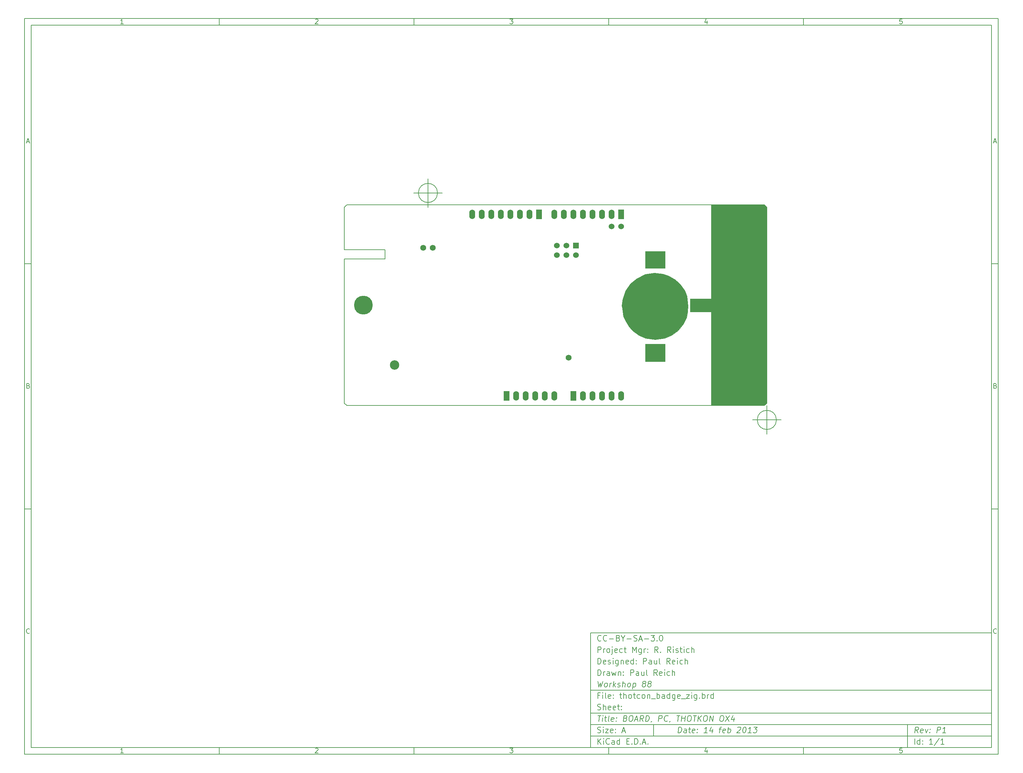
<source format=gbs>
G04 (created by PCBNEW (2012-11-15 BZR 3804)-stable) date Thu 14 Feb 2013 00:34:17 CST*
%MOIN*%
G04 Gerber Fmt 3.4, Leading zero omitted, Abs format*
%FSLAX34Y34*%
G01*
G70*
G90*
G04 APERTURE LIST*
%ADD10C,0.006*%
%ADD11C,0.00590551*%
%ADD12C,0.062*%
%ADD13R,0.2X0.1*%
%ADD14C,0.1969*%
%ADD15C,0.06*%
%ADD16R,0.06X0.1*%
%ADD17O,0.06X0.1*%
%ADD18R,0.06X0.06*%
%ADD19C,0.0985*%
%ADD20C,0.002*%
G04 APERTURE END LIST*
G54D10*
X-38750Y36250D02*
X63250Y36250D01*
X63250Y-40750D01*
X-38750Y-40750D01*
X-38750Y36250D01*
X-38050Y35550D02*
X62550Y35550D01*
X62550Y-40050D01*
X-38050Y-40050D01*
X-38050Y35550D01*
X-18350Y36250D02*
X-18350Y35550D01*
X-28407Y35697D02*
X-28692Y35697D01*
X-28550Y35697D02*
X-28550Y36197D01*
X-28597Y36126D01*
X-28645Y36078D01*
X-28692Y36054D01*
X-18350Y-40750D02*
X-18350Y-40050D01*
X-28407Y-40602D02*
X-28692Y-40602D01*
X-28550Y-40602D02*
X-28550Y-40102D01*
X-28597Y-40173D01*
X-28645Y-40221D01*
X-28692Y-40245D01*
X2050Y36250D02*
X2050Y35550D01*
X-8292Y36150D02*
X-8269Y36173D01*
X-8221Y36197D01*
X-8102Y36197D01*
X-8054Y36173D01*
X-8030Y36150D01*
X-8007Y36102D01*
X-8007Y36054D01*
X-8030Y35983D01*
X-8316Y35697D01*
X-8007Y35697D01*
X2050Y-40750D02*
X2050Y-40050D01*
X-8292Y-40150D02*
X-8269Y-40126D01*
X-8221Y-40102D01*
X-8102Y-40102D01*
X-8054Y-40126D01*
X-8030Y-40150D01*
X-8007Y-40197D01*
X-8007Y-40245D01*
X-8030Y-40316D01*
X-8316Y-40602D01*
X-8007Y-40602D01*
X22450Y36250D02*
X22450Y35550D01*
X12083Y36197D02*
X12392Y36197D01*
X12226Y36007D01*
X12297Y36007D01*
X12345Y35983D01*
X12369Y35959D01*
X12392Y35911D01*
X12392Y35792D01*
X12369Y35745D01*
X12345Y35721D01*
X12297Y35697D01*
X12154Y35697D01*
X12107Y35721D01*
X12083Y35745D01*
X22450Y-40750D02*
X22450Y-40050D01*
X12083Y-40102D02*
X12392Y-40102D01*
X12226Y-40292D01*
X12297Y-40292D01*
X12345Y-40316D01*
X12369Y-40340D01*
X12392Y-40388D01*
X12392Y-40507D01*
X12369Y-40554D01*
X12345Y-40578D01*
X12297Y-40602D01*
X12154Y-40602D01*
X12107Y-40578D01*
X12083Y-40554D01*
X42850Y36250D02*
X42850Y35550D01*
X32745Y36030D02*
X32745Y35697D01*
X32626Y36221D02*
X32507Y35864D01*
X32816Y35864D01*
X42850Y-40750D02*
X42850Y-40050D01*
X32745Y-40269D02*
X32745Y-40602D01*
X32626Y-40078D02*
X32507Y-40435D01*
X32816Y-40435D01*
X53169Y36197D02*
X52930Y36197D01*
X52907Y35959D01*
X52930Y35983D01*
X52978Y36007D01*
X53097Y36007D01*
X53145Y35983D01*
X53169Y35959D01*
X53192Y35911D01*
X53192Y35792D01*
X53169Y35745D01*
X53145Y35721D01*
X53097Y35697D01*
X52978Y35697D01*
X52930Y35721D01*
X52907Y35745D01*
X53169Y-40102D02*
X52930Y-40102D01*
X52907Y-40340D01*
X52930Y-40316D01*
X52978Y-40292D01*
X53097Y-40292D01*
X53145Y-40316D01*
X53169Y-40340D01*
X53192Y-40388D01*
X53192Y-40507D01*
X53169Y-40554D01*
X53145Y-40578D01*
X53097Y-40602D01*
X52978Y-40602D01*
X52930Y-40578D01*
X52907Y-40554D01*
X-38750Y10590D02*
X-38050Y10590D01*
X-38519Y23360D02*
X-38280Y23360D01*
X-38566Y23217D02*
X-38399Y23717D01*
X-38233Y23217D01*
X63250Y10590D02*
X62550Y10590D01*
X62780Y23360D02*
X63019Y23360D01*
X62733Y23217D02*
X62900Y23717D01*
X63066Y23217D01*
X-38750Y-15070D02*
X-38050Y-15070D01*
X-38364Y-2180D02*
X-38292Y-2204D01*
X-38269Y-2228D01*
X-38245Y-2275D01*
X-38245Y-2347D01*
X-38269Y-2394D01*
X-38292Y-2418D01*
X-38340Y-2442D01*
X-38530Y-2442D01*
X-38530Y-1942D01*
X-38364Y-1942D01*
X-38316Y-1966D01*
X-38292Y-1990D01*
X-38269Y-2037D01*
X-38269Y-2085D01*
X-38292Y-2132D01*
X-38316Y-2156D01*
X-38364Y-2180D01*
X-38530Y-2180D01*
X63250Y-15070D02*
X62550Y-15070D01*
X62935Y-2180D02*
X63007Y-2204D01*
X63030Y-2228D01*
X63054Y-2275D01*
X63054Y-2347D01*
X63030Y-2394D01*
X63007Y-2418D01*
X62959Y-2442D01*
X62769Y-2442D01*
X62769Y-1942D01*
X62935Y-1942D01*
X62983Y-1966D01*
X63007Y-1990D01*
X63030Y-2037D01*
X63030Y-2085D01*
X63007Y-2132D01*
X62983Y-2156D01*
X62935Y-2180D01*
X62769Y-2180D01*
X-38245Y-28054D02*
X-38269Y-28078D01*
X-38340Y-28102D01*
X-38388Y-28102D01*
X-38459Y-28078D01*
X-38507Y-28030D01*
X-38530Y-27983D01*
X-38554Y-27888D01*
X-38554Y-27816D01*
X-38530Y-27721D01*
X-38507Y-27673D01*
X-38459Y-27626D01*
X-38388Y-27602D01*
X-38340Y-27602D01*
X-38269Y-27626D01*
X-38245Y-27650D01*
X63054Y-28054D02*
X63030Y-28078D01*
X62959Y-28102D01*
X62911Y-28102D01*
X62840Y-28078D01*
X62792Y-28030D01*
X62769Y-27983D01*
X62745Y-27888D01*
X62745Y-27816D01*
X62769Y-27721D01*
X62792Y-27673D01*
X62840Y-27626D01*
X62911Y-27602D01*
X62959Y-27602D01*
X63030Y-27626D01*
X63054Y-27650D01*
X29700Y-38492D02*
X29775Y-37892D01*
X29917Y-37892D01*
X30000Y-37921D01*
X30050Y-37978D01*
X30071Y-38035D01*
X30085Y-38150D01*
X30075Y-38235D01*
X30032Y-38350D01*
X29996Y-38407D01*
X29932Y-38464D01*
X29842Y-38492D01*
X29700Y-38492D01*
X30557Y-38492D02*
X30596Y-38178D01*
X30575Y-38121D01*
X30521Y-38092D01*
X30407Y-38092D01*
X30346Y-38121D01*
X30560Y-38464D02*
X30500Y-38492D01*
X30357Y-38492D01*
X30303Y-38464D01*
X30282Y-38407D01*
X30289Y-38350D01*
X30325Y-38292D01*
X30385Y-38264D01*
X30528Y-38264D01*
X30589Y-38235D01*
X30807Y-38092D02*
X31035Y-38092D01*
X30917Y-37892D02*
X30853Y-38407D01*
X30875Y-38464D01*
X30928Y-38492D01*
X30985Y-38492D01*
X31417Y-38464D02*
X31357Y-38492D01*
X31242Y-38492D01*
X31189Y-38464D01*
X31167Y-38407D01*
X31196Y-38178D01*
X31232Y-38121D01*
X31292Y-38092D01*
X31407Y-38092D01*
X31460Y-38121D01*
X31482Y-38178D01*
X31475Y-38235D01*
X31182Y-38292D01*
X31707Y-38435D02*
X31732Y-38464D01*
X31700Y-38492D01*
X31675Y-38464D01*
X31707Y-38435D01*
X31700Y-38492D01*
X31746Y-38121D02*
X31771Y-38150D01*
X31739Y-38178D01*
X31714Y-38150D01*
X31746Y-38121D01*
X31739Y-38178D01*
X32757Y-38492D02*
X32414Y-38492D01*
X32585Y-38492D02*
X32660Y-37892D01*
X32592Y-37978D01*
X32528Y-38035D01*
X32467Y-38064D01*
X33321Y-38092D02*
X33271Y-38492D01*
X33207Y-37864D02*
X33010Y-38292D01*
X33382Y-38292D01*
X34007Y-38092D02*
X34235Y-38092D01*
X34042Y-38492D02*
X34107Y-37978D01*
X34142Y-37921D01*
X34203Y-37892D01*
X34260Y-37892D01*
X34617Y-38464D02*
X34557Y-38492D01*
X34442Y-38492D01*
X34389Y-38464D01*
X34367Y-38407D01*
X34396Y-38178D01*
X34432Y-38121D01*
X34492Y-38092D01*
X34607Y-38092D01*
X34660Y-38121D01*
X34682Y-38178D01*
X34675Y-38235D01*
X34382Y-38292D01*
X34900Y-38492D02*
X34975Y-37892D01*
X34946Y-38121D02*
X35007Y-38092D01*
X35121Y-38092D01*
X35175Y-38121D01*
X35200Y-38150D01*
X35221Y-38207D01*
X35200Y-38378D01*
X35164Y-38435D01*
X35132Y-38464D01*
X35071Y-38492D01*
X34957Y-38492D01*
X34903Y-38464D01*
X35939Y-37950D02*
X35971Y-37921D01*
X36032Y-37892D01*
X36175Y-37892D01*
X36228Y-37921D01*
X36253Y-37950D01*
X36275Y-38007D01*
X36267Y-38064D01*
X36228Y-38150D01*
X35842Y-38492D01*
X36214Y-38492D01*
X36660Y-37892D02*
X36717Y-37892D01*
X36771Y-37921D01*
X36796Y-37950D01*
X36817Y-38007D01*
X36832Y-38121D01*
X36814Y-38264D01*
X36771Y-38378D01*
X36735Y-38435D01*
X36703Y-38464D01*
X36642Y-38492D01*
X36585Y-38492D01*
X36532Y-38464D01*
X36507Y-38435D01*
X36485Y-38378D01*
X36471Y-38264D01*
X36489Y-38121D01*
X36532Y-38007D01*
X36567Y-37950D01*
X36600Y-37921D01*
X36660Y-37892D01*
X37357Y-38492D02*
X37014Y-38492D01*
X37185Y-38492D02*
X37260Y-37892D01*
X37192Y-37978D01*
X37128Y-38035D01*
X37067Y-38064D01*
X37632Y-37892D02*
X38003Y-37892D01*
X37775Y-38121D01*
X37860Y-38121D01*
X37914Y-38150D01*
X37939Y-38178D01*
X37960Y-38235D01*
X37942Y-38378D01*
X37907Y-38435D01*
X37875Y-38464D01*
X37814Y-38492D01*
X37642Y-38492D01*
X37589Y-38464D01*
X37564Y-38435D01*
X21292Y-39692D02*
X21292Y-39092D01*
X21635Y-39692D02*
X21378Y-39350D01*
X21635Y-39092D02*
X21292Y-39435D01*
X21892Y-39692D02*
X21892Y-39292D01*
X21892Y-39092D02*
X21864Y-39121D01*
X21892Y-39150D01*
X21921Y-39121D01*
X21892Y-39092D01*
X21892Y-39150D01*
X22521Y-39635D02*
X22492Y-39664D01*
X22407Y-39692D01*
X22350Y-39692D01*
X22264Y-39664D01*
X22207Y-39607D01*
X22178Y-39550D01*
X22150Y-39435D01*
X22150Y-39350D01*
X22178Y-39235D01*
X22207Y-39178D01*
X22264Y-39121D01*
X22350Y-39092D01*
X22407Y-39092D01*
X22492Y-39121D01*
X22521Y-39150D01*
X23035Y-39692D02*
X23035Y-39378D01*
X23007Y-39321D01*
X22950Y-39292D01*
X22835Y-39292D01*
X22778Y-39321D01*
X23035Y-39664D02*
X22978Y-39692D01*
X22835Y-39692D01*
X22778Y-39664D01*
X22750Y-39607D01*
X22750Y-39550D01*
X22778Y-39492D01*
X22835Y-39464D01*
X22978Y-39464D01*
X23035Y-39435D01*
X23578Y-39692D02*
X23578Y-39092D01*
X23578Y-39664D02*
X23521Y-39692D01*
X23407Y-39692D01*
X23350Y-39664D01*
X23321Y-39635D01*
X23292Y-39578D01*
X23292Y-39407D01*
X23321Y-39350D01*
X23350Y-39321D01*
X23407Y-39292D01*
X23521Y-39292D01*
X23578Y-39321D01*
X24321Y-39378D02*
X24521Y-39378D01*
X24607Y-39692D02*
X24321Y-39692D01*
X24321Y-39092D01*
X24607Y-39092D01*
X24864Y-39635D02*
X24892Y-39664D01*
X24864Y-39692D01*
X24835Y-39664D01*
X24864Y-39635D01*
X24864Y-39692D01*
X25149Y-39692D02*
X25149Y-39092D01*
X25292Y-39092D01*
X25378Y-39121D01*
X25435Y-39178D01*
X25464Y-39235D01*
X25492Y-39350D01*
X25492Y-39435D01*
X25464Y-39550D01*
X25435Y-39607D01*
X25378Y-39664D01*
X25292Y-39692D01*
X25149Y-39692D01*
X25749Y-39635D02*
X25778Y-39664D01*
X25749Y-39692D01*
X25721Y-39664D01*
X25749Y-39635D01*
X25749Y-39692D01*
X26007Y-39521D02*
X26292Y-39521D01*
X25949Y-39692D02*
X26149Y-39092D01*
X26349Y-39692D01*
X26549Y-39635D02*
X26578Y-39664D01*
X26549Y-39692D01*
X26521Y-39664D01*
X26549Y-39635D01*
X26549Y-39692D01*
X54842Y-38492D02*
X54678Y-38207D01*
X54500Y-38492D02*
X54575Y-37892D01*
X54803Y-37892D01*
X54857Y-37921D01*
X54882Y-37950D01*
X54903Y-38007D01*
X54892Y-38092D01*
X54857Y-38150D01*
X54825Y-38178D01*
X54764Y-38207D01*
X54535Y-38207D01*
X55332Y-38464D02*
X55271Y-38492D01*
X55157Y-38492D01*
X55103Y-38464D01*
X55082Y-38407D01*
X55110Y-38178D01*
X55146Y-38121D01*
X55207Y-38092D01*
X55321Y-38092D01*
X55375Y-38121D01*
X55396Y-38178D01*
X55389Y-38235D01*
X55096Y-38292D01*
X55607Y-38092D02*
X55700Y-38492D01*
X55892Y-38092D01*
X56078Y-38435D02*
X56103Y-38464D01*
X56071Y-38492D01*
X56046Y-38464D01*
X56078Y-38435D01*
X56071Y-38492D01*
X56117Y-38121D02*
X56142Y-38150D01*
X56110Y-38178D01*
X56085Y-38150D01*
X56117Y-38121D01*
X56110Y-38178D01*
X56814Y-38492D02*
X56889Y-37892D01*
X57117Y-37892D01*
X57171Y-37921D01*
X57196Y-37950D01*
X57217Y-38007D01*
X57207Y-38092D01*
X57171Y-38150D01*
X57139Y-38178D01*
X57078Y-38207D01*
X56850Y-38207D01*
X57728Y-38492D02*
X57385Y-38492D01*
X57557Y-38492D02*
X57632Y-37892D01*
X57564Y-37978D01*
X57500Y-38035D01*
X57439Y-38064D01*
X21264Y-38464D02*
X21350Y-38492D01*
X21492Y-38492D01*
X21550Y-38464D01*
X21578Y-38435D01*
X21607Y-38378D01*
X21607Y-38321D01*
X21578Y-38264D01*
X21550Y-38235D01*
X21492Y-38207D01*
X21378Y-38178D01*
X21321Y-38150D01*
X21292Y-38121D01*
X21264Y-38064D01*
X21264Y-38007D01*
X21292Y-37950D01*
X21321Y-37921D01*
X21378Y-37892D01*
X21521Y-37892D01*
X21607Y-37921D01*
X21864Y-38492D02*
X21864Y-38092D01*
X21864Y-37892D02*
X21835Y-37921D01*
X21864Y-37950D01*
X21892Y-37921D01*
X21864Y-37892D01*
X21864Y-37950D01*
X22092Y-38092D02*
X22407Y-38092D01*
X22092Y-38492D01*
X22407Y-38492D01*
X22864Y-38464D02*
X22807Y-38492D01*
X22692Y-38492D01*
X22635Y-38464D01*
X22607Y-38407D01*
X22607Y-38178D01*
X22635Y-38121D01*
X22692Y-38092D01*
X22807Y-38092D01*
X22864Y-38121D01*
X22892Y-38178D01*
X22892Y-38235D01*
X22607Y-38292D01*
X23150Y-38435D02*
X23178Y-38464D01*
X23150Y-38492D01*
X23121Y-38464D01*
X23150Y-38435D01*
X23150Y-38492D01*
X23150Y-38121D02*
X23178Y-38150D01*
X23150Y-38178D01*
X23121Y-38150D01*
X23150Y-38121D01*
X23150Y-38178D01*
X23864Y-38321D02*
X24150Y-38321D01*
X23807Y-38492D02*
X24007Y-37892D01*
X24207Y-38492D01*
X54492Y-39692D02*
X54492Y-39092D01*
X55035Y-39692D02*
X55035Y-39092D01*
X55035Y-39664D02*
X54978Y-39692D01*
X54864Y-39692D01*
X54807Y-39664D01*
X54778Y-39635D01*
X54750Y-39578D01*
X54750Y-39407D01*
X54778Y-39350D01*
X54807Y-39321D01*
X54864Y-39292D01*
X54978Y-39292D01*
X55035Y-39321D01*
X55321Y-39635D02*
X55350Y-39664D01*
X55321Y-39692D01*
X55292Y-39664D01*
X55321Y-39635D01*
X55321Y-39692D01*
X55321Y-39321D02*
X55350Y-39350D01*
X55321Y-39378D01*
X55292Y-39350D01*
X55321Y-39321D01*
X55321Y-39378D01*
X56378Y-39692D02*
X56035Y-39692D01*
X56207Y-39692D02*
X56207Y-39092D01*
X56149Y-39178D01*
X56092Y-39235D01*
X56035Y-39264D01*
X57064Y-39064D02*
X56550Y-39835D01*
X57578Y-39692D02*
X57235Y-39692D01*
X57407Y-39692D02*
X57407Y-39092D01*
X57349Y-39178D01*
X57292Y-39235D01*
X57235Y-39264D01*
X21289Y-36692D02*
X21632Y-36692D01*
X21385Y-37292D02*
X21460Y-36692D01*
X21757Y-37292D02*
X21807Y-36892D01*
X21832Y-36692D02*
X21800Y-36721D01*
X21825Y-36750D01*
X21857Y-36721D01*
X21832Y-36692D01*
X21825Y-36750D01*
X22007Y-36892D02*
X22235Y-36892D01*
X22117Y-36692D02*
X22053Y-37207D01*
X22075Y-37264D01*
X22128Y-37292D01*
X22185Y-37292D01*
X22471Y-37292D02*
X22417Y-37264D01*
X22396Y-37207D01*
X22460Y-36692D01*
X22932Y-37264D02*
X22871Y-37292D01*
X22757Y-37292D01*
X22703Y-37264D01*
X22682Y-37207D01*
X22710Y-36978D01*
X22746Y-36921D01*
X22807Y-36892D01*
X22921Y-36892D01*
X22975Y-36921D01*
X22996Y-36978D01*
X22989Y-37035D01*
X22696Y-37092D01*
X23221Y-37235D02*
X23246Y-37264D01*
X23214Y-37292D01*
X23189Y-37264D01*
X23221Y-37235D01*
X23214Y-37292D01*
X23260Y-36921D02*
X23285Y-36950D01*
X23253Y-36978D01*
X23228Y-36950D01*
X23260Y-36921D01*
X23253Y-36978D01*
X24196Y-36978D02*
X24278Y-37007D01*
X24303Y-37035D01*
X24325Y-37092D01*
X24314Y-37178D01*
X24278Y-37235D01*
X24246Y-37264D01*
X24185Y-37292D01*
X23957Y-37292D01*
X24032Y-36692D01*
X24232Y-36692D01*
X24285Y-36721D01*
X24310Y-36750D01*
X24332Y-36807D01*
X24325Y-36864D01*
X24289Y-36921D01*
X24257Y-36950D01*
X24196Y-36978D01*
X23996Y-36978D01*
X24746Y-36692D02*
X24860Y-36692D01*
X24914Y-36721D01*
X24964Y-36778D01*
X24978Y-36892D01*
X24953Y-37092D01*
X24910Y-37207D01*
X24846Y-37264D01*
X24785Y-37292D01*
X24671Y-37292D01*
X24617Y-37264D01*
X24567Y-37207D01*
X24553Y-37092D01*
X24578Y-36892D01*
X24621Y-36778D01*
X24685Y-36721D01*
X24746Y-36692D01*
X25178Y-37121D02*
X25464Y-37121D01*
X25100Y-37292D02*
X25375Y-36692D01*
X25500Y-37292D01*
X26042Y-37292D02*
X25878Y-37007D01*
X25700Y-37292D02*
X25775Y-36692D01*
X26003Y-36692D01*
X26057Y-36721D01*
X26082Y-36750D01*
X26103Y-36807D01*
X26092Y-36892D01*
X26057Y-36950D01*
X26025Y-36978D01*
X25964Y-37007D01*
X25735Y-37007D01*
X26300Y-37292D02*
X26375Y-36692D01*
X26517Y-36692D01*
X26600Y-36721D01*
X26650Y-36778D01*
X26671Y-36835D01*
X26685Y-36950D01*
X26675Y-37035D01*
X26632Y-37150D01*
X26596Y-37207D01*
X26532Y-37264D01*
X26442Y-37292D01*
X26300Y-37292D01*
X26932Y-37264D02*
X26928Y-37292D01*
X26892Y-37350D01*
X26860Y-37378D01*
X27642Y-37292D02*
X27717Y-36692D01*
X27946Y-36692D01*
X27999Y-36721D01*
X28025Y-36750D01*
X28046Y-36807D01*
X28035Y-36892D01*
X28000Y-36950D01*
X27967Y-36978D01*
X27907Y-37007D01*
X27678Y-37007D01*
X28592Y-37235D02*
X28560Y-37264D01*
X28471Y-37292D01*
X28414Y-37292D01*
X28332Y-37264D01*
X28282Y-37207D01*
X28260Y-37150D01*
X28246Y-37035D01*
X28257Y-36950D01*
X28300Y-36835D01*
X28335Y-36778D01*
X28399Y-36721D01*
X28489Y-36692D01*
X28546Y-36692D01*
X28628Y-36721D01*
X28653Y-36750D01*
X28875Y-37264D02*
X28871Y-37292D01*
X28835Y-37350D01*
X28803Y-37378D01*
X29575Y-36692D02*
X29917Y-36692D01*
X29671Y-37292D02*
X29746Y-36692D01*
X30042Y-37292D02*
X30117Y-36692D01*
X30082Y-36978D02*
X30425Y-36978D01*
X30385Y-37292D02*
X30460Y-36692D01*
X30860Y-36692D02*
X30975Y-36692D01*
X31028Y-36721D01*
X31078Y-36778D01*
X31092Y-36892D01*
X31067Y-37092D01*
X31024Y-37207D01*
X30960Y-37264D01*
X30900Y-37292D01*
X30785Y-37292D01*
X30732Y-37264D01*
X30682Y-37207D01*
X30667Y-37092D01*
X30692Y-36892D01*
X30735Y-36778D01*
X30799Y-36721D01*
X30860Y-36692D01*
X31289Y-36692D02*
X31632Y-36692D01*
X31385Y-37292D02*
X31460Y-36692D01*
X31757Y-37292D02*
X31832Y-36692D01*
X32099Y-37292D02*
X31885Y-36950D01*
X32174Y-36692D02*
X31789Y-37035D01*
X32546Y-36692D02*
X32660Y-36692D01*
X32714Y-36721D01*
X32764Y-36778D01*
X32778Y-36892D01*
X32753Y-37092D01*
X32710Y-37207D01*
X32646Y-37264D01*
X32585Y-37292D01*
X32471Y-37292D01*
X32417Y-37264D01*
X32367Y-37207D01*
X32353Y-37092D01*
X32378Y-36892D01*
X32421Y-36778D01*
X32485Y-36721D01*
X32546Y-36692D01*
X32985Y-37292D02*
X33060Y-36692D01*
X33328Y-37292D01*
X33403Y-36692D01*
X34260Y-36692D02*
X34374Y-36692D01*
X34428Y-36721D01*
X34478Y-36778D01*
X34492Y-36892D01*
X34467Y-37092D01*
X34424Y-37207D01*
X34360Y-37264D01*
X34299Y-37292D01*
X34185Y-37292D01*
X34132Y-37264D01*
X34082Y-37207D01*
X34067Y-37092D01*
X34092Y-36892D01*
X34135Y-36778D01*
X34199Y-36721D01*
X34260Y-36692D01*
X34717Y-36692D02*
X35042Y-37292D01*
X35117Y-36692D02*
X34642Y-37292D01*
X35578Y-36892D02*
X35528Y-37292D01*
X35464Y-36664D02*
X35267Y-37092D01*
X35639Y-37092D01*
X21492Y-34578D02*
X21292Y-34578D01*
X21292Y-34892D02*
X21292Y-34292D01*
X21578Y-34292D01*
X21807Y-34892D02*
X21807Y-34492D01*
X21807Y-34292D02*
X21778Y-34321D01*
X21807Y-34350D01*
X21835Y-34321D01*
X21807Y-34292D01*
X21807Y-34350D01*
X22178Y-34892D02*
X22121Y-34864D01*
X22092Y-34807D01*
X22092Y-34292D01*
X22635Y-34864D02*
X22578Y-34892D01*
X22464Y-34892D01*
X22407Y-34864D01*
X22378Y-34807D01*
X22378Y-34578D01*
X22407Y-34521D01*
X22464Y-34492D01*
X22578Y-34492D01*
X22635Y-34521D01*
X22664Y-34578D01*
X22664Y-34635D01*
X22378Y-34692D01*
X22921Y-34835D02*
X22950Y-34864D01*
X22921Y-34892D01*
X22892Y-34864D01*
X22921Y-34835D01*
X22921Y-34892D01*
X22921Y-34521D02*
X22950Y-34550D01*
X22921Y-34578D01*
X22892Y-34550D01*
X22921Y-34521D01*
X22921Y-34578D01*
X23578Y-34492D02*
X23807Y-34492D01*
X23664Y-34292D02*
X23664Y-34807D01*
X23692Y-34864D01*
X23750Y-34892D01*
X23807Y-34892D01*
X24007Y-34892D02*
X24007Y-34292D01*
X24264Y-34892D02*
X24264Y-34578D01*
X24235Y-34521D01*
X24178Y-34492D01*
X24092Y-34492D01*
X24035Y-34521D01*
X24007Y-34550D01*
X24635Y-34892D02*
X24578Y-34864D01*
X24550Y-34835D01*
X24521Y-34778D01*
X24521Y-34607D01*
X24550Y-34550D01*
X24578Y-34521D01*
X24635Y-34492D01*
X24721Y-34492D01*
X24778Y-34521D01*
X24807Y-34550D01*
X24835Y-34607D01*
X24835Y-34778D01*
X24807Y-34835D01*
X24778Y-34864D01*
X24721Y-34892D01*
X24635Y-34892D01*
X25007Y-34492D02*
X25235Y-34492D01*
X25092Y-34292D02*
X25092Y-34807D01*
X25121Y-34864D01*
X25178Y-34892D01*
X25235Y-34892D01*
X25692Y-34864D02*
X25635Y-34892D01*
X25521Y-34892D01*
X25464Y-34864D01*
X25435Y-34835D01*
X25407Y-34778D01*
X25407Y-34607D01*
X25435Y-34550D01*
X25464Y-34521D01*
X25521Y-34492D01*
X25635Y-34492D01*
X25692Y-34521D01*
X26035Y-34892D02*
X25978Y-34864D01*
X25950Y-34835D01*
X25921Y-34778D01*
X25921Y-34607D01*
X25950Y-34550D01*
X25978Y-34521D01*
X26035Y-34492D01*
X26121Y-34492D01*
X26178Y-34521D01*
X26207Y-34550D01*
X26235Y-34607D01*
X26235Y-34778D01*
X26207Y-34835D01*
X26178Y-34864D01*
X26121Y-34892D01*
X26035Y-34892D01*
X26492Y-34492D02*
X26492Y-34892D01*
X26492Y-34550D02*
X26521Y-34521D01*
X26578Y-34492D01*
X26664Y-34492D01*
X26721Y-34521D01*
X26750Y-34578D01*
X26750Y-34892D01*
X26892Y-34950D02*
X27350Y-34950D01*
X27492Y-34892D02*
X27492Y-34292D01*
X27492Y-34521D02*
X27550Y-34492D01*
X27664Y-34492D01*
X27721Y-34521D01*
X27750Y-34550D01*
X27778Y-34607D01*
X27778Y-34778D01*
X27750Y-34835D01*
X27721Y-34864D01*
X27664Y-34892D01*
X27550Y-34892D01*
X27492Y-34864D01*
X28292Y-34892D02*
X28292Y-34578D01*
X28264Y-34521D01*
X28207Y-34492D01*
X28092Y-34492D01*
X28035Y-34521D01*
X28292Y-34864D02*
X28235Y-34892D01*
X28092Y-34892D01*
X28035Y-34864D01*
X28007Y-34807D01*
X28007Y-34750D01*
X28035Y-34692D01*
X28092Y-34664D01*
X28235Y-34664D01*
X28292Y-34635D01*
X28835Y-34892D02*
X28835Y-34292D01*
X28835Y-34864D02*
X28778Y-34892D01*
X28664Y-34892D01*
X28607Y-34864D01*
X28578Y-34835D01*
X28550Y-34778D01*
X28550Y-34607D01*
X28578Y-34550D01*
X28607Y-34521D01*
X28664Y-34492D01*
X28778Y-34492D01*
X28835Y-34521D01*
X29378Y-34492D02*
X29378Y-34978D01*
X29350Y-35035D01*
X29321Y-35064D01*
X29264Y-35092D01*
X29178Y-35092D01*
X29121Y-35064D01*
X29378Y-34864D02*
X29321Y-34892D01*
X29207Y-34892D01*
X29150Y-34864D01*
X29121Y-34835D01*
X29092Y-34778D01*
X29092Y-34607D01*
X29121Y-34550D01*
X29150Y-34521D01*
X29207Y-34492D01*
X29321Y-34492D01*
X29378Y-34521D01*
X29892Y-34864D02*
X29835Y-34892D01*
X29721Y-34892D01*
X29664Y-34864D01*
X29635Y-34807D01*
X29635Y-34578D01*
X29664Y-34521D01*
X29721Y-34492D01*
X29835Y-34492D01*
X29892Y-34521D01*
X29921Y-34578D01*
X29921Y-34635D01*
X29635Y-34692D01*
X30035Y-34950D02*
X30492Y-34950D01*
X30578Y-34492D02*
X30892Y-34492D01*
X30578Y-34892D01*
X30892Y-34892D01*
X31121Y-34892D02*
X31121Y-34492D01*
X31121Y-34292D02*
X31092Y-34321D01*
X31121Y-34350D01*
X31150Y-34321D01*
X31121Y-34292D01*
X31121Y-34350D01*
X31664Y-34492D02*
X31664Y-34978D01*
X31635Y-35035D01*
X31607Y-35064D01*
X31549Y-35092D01*
X31464Y-35092D01*
X31407Y-35064D01*
X31664Y-34864D02*
X31607Y-34892D01*
X31492Y-34892D01*
X31435Y-34864D01*
X31407Y-34835D01*
X31378Y-34778D01*
X31378Y-34607D01*
X31407Y-34550D01*
X31435Y-34521D01*
X31492Y-34492D01*
X31607Y-34492D01*
X31664Y-34521D01*
X31949Y-34835D02*
X31978Y-34864D01*
X31949Y-34892D01*
X31921Y-34864D01*
X31949Y-34835D01*
X31949Y-34892D01*
X32235Y-34892D02*
X32235Y-34292D01*
X32235Y-34521D02*
X32292Y-34492D01*
X32407Y-34492D01*
X32464Y-34521D01*
X32492Y-34550D01*
X32521Y-34607D01*
X32521Y-34778D01*
X32492Y-34835D01*
X32464Y-34864D01*
X32407Y-34892D01*
X32292Y-34892D01*
X32235Y-34864D01*
X32778Y-34892D02*
X32778Y-34492D01*
X32778Y-34607D02*
X32807Y-34550D01*
X32835Y-34521D01*
X32892Y-34492D01*
X32949Y-34492D01*
X33407Y-34892D02*
X33407Y-34292D01*
X33407Y-34864D02*
X33349Y-34892D01*
X33235Y-34892D01*
X33178Y-34864D01*
X33149Y-34835D01*
X33121Y-34778D01*
X33121Y-34607D01*
X33149Y-34550D01*
X33178Y-34521D01*
X33235Y-34492D01*
X33349Y-34492D01*
X33407Y-34521D01*
X21264Y-36064D02*
X21350Y-36092D01*
X21492Y-36092D01*
X21550Y-36064D01*
X21578Y-36035D01*
X21607Y-35978D01*
X21607Y-35921D01*
X21578Y-35864D01*
X21550Y-35835D01*
X21492Y-35807D01*
X21378Y-35778D01*
X21321Y-35750D01*
X21292Y-35721D01*
X21264Y-35664D01*
X21264Y-35607D01*
X21292Y-35550D01*
X21321Y-35521D01*
X21378Y-35492D01*
X21521Y-35492D01*
X21607Y-35521D01*
X21864Y-36092D02*
X21864Y-35492D01*
X22121Y-36092D02*
X22121Y-35778D01*
X22092Y-35721D01*
X22035Y-35692D01*
X21950Y-35692D01*
X21892Y-35721D01*
X21864Y-35750D01*
X22635Y-36064D02*
X22578Y-36092D01*
X22464Y-36092D01*
X22407Y-36064D01*
X22378Y-36007D01*
X22378Y-35778D01*
X22407Y-35721D01*
X22464Y-35692D01*
X22578Y-35692D01*
X22635Y-35721D01*
X22664Y-35778D01*
X22664Y-35835D01*
X22378Y-35892D01*
X23150Y-36064D02*
X23092Y-36092D01*
X22978Y-36092D01*
X22921Y-36064D01*
X22892Y-36007D01*
X22892Y-35778D01*
X22921Y-35721D01*
X22978Y-35692D01*
X23092Y-35692D01*
X23150Y-35721D01*
X23178Y-35778D01*
X23178Y-35835D01*
X22892Y-35892D01*
X23350Y-35692D02*
X23578Y-35692D01*
X23435Y-35492D02*
X23435Y-36007D01*
X23464Y-36064D01*
X23521Y-36092D01*
X23578Y-36092D01*
X23778Y-36035D02*
X23807Y-36064D01*
X23778Y-36092D01*
X23750Y-36064D01*
X23778Y-36035D01*
X23778Y-36092D01*
X23778Y-35721D02*
X23807Y-35750D01*
X23778Y-35778D01*
X23750Y-35750D01*
X23778Y-35721D01*
X23778Y-35778D01*
X21317Y-33092D02*
X21385Y-33692D01*
X21553Y-33264D01*
X21614Y-33692D01*
X21832Y-33092D01*
X22071Y-33692D02*
X22017Y-33664D01*
X21992Y-33635D01*
X21971Y-33578D01*
X21992Y-33407D01*
X22028Y-33350D01*
X22060Y-33321D01*
X22121Y-33292D01*
X22207Y-33292D01*
X22260Y-33321D01*
X22285Y-33350D01*
X22307Y-33407D01*
X22285Y-33578D01*
X22250Y-33635D01*
X22217Y-33664D01*
X22157Y-33692D01*
X22071Y-33692D01*
X22528Y-33692D02*
X22578Y-33292D01*
X22564Y-33407D02*
X22600Y-33350D01*
X22632Y-33321D01*
X22692Y-33292D01*
X22750Y-33292D01*
X22900Y-33692D02*
X22975Y-33092D01*
X22985Y-33464D02*
X23128Y-33692D01*
X23178Y-33292D02*
X22921Y-33521D01*
X23360Y-33664D02*
X23414Y-33692D01*
X23528Y-33692D01*
X23589Y-33664D01*
X23625Y-33607D01*
X23628Y-33578D01*
X23607Y-33521D01*
X23553Y-33492D01*
X23467Y-33492D01*
X23414Y-33464D01*
X23392Y-33407D01*
X23396Y-33378D01*
X23432Y-33321D01*
X23492Y-33292D01*
X23578Y-33292D01*
X23632Y-33321D01*
X23871Y-33692D02*
X23946Y-33092D01*
X24128Y-33692D02*
X24167Y-33378D01*
X24146Y-33321D01*
X24092Y-33292D01*
X24007Y-33292D01*
X23946Y-33321D01*
X23914Y-33350D01*
X24499Y-33692D02*
X24446Y-33664D01*
X24421Y-33635D01*
X24400Y-33578D01*
X24421Y-33407D01*
X24457Y-33350D01*
X24489Y-33321D01*
X24549Y-33292D01*
X24635Y-33292D01*
X24689Y-33321D01*
X24714Y-33350D01*
X24735Y-33407D01*
X24714Y-33578D01*
X24678Y-33635D01*
X24646Y-33664D01*
X24585Y-33692D01*
X24499Y-33692D01*
X25007Y-33292D02*
X24932Y-33892D01*
X25003Y-33321D02*
X25064Y-33292D01*
X25178Y-33292D01*
X25232Y-33321D01*
X25257Y-33350D01*
X25278Y-33407D01*
X25257Y-33578D01*
X25221Y-33635D01*
X25189Y-33664D01*
X25128Y-33692D01*
X25014Y-33692D01*
X24960Y-33664D01*
X26085Y-33350D02*
X26032Y-33321D01*
X26007Y-33292D01*
X25985Y-33235D01*
X25989Y-33207D01*
X26024Y-33150D01*
X26057Y-33121D01*
X26117Y-33092D01*
X26232Y-33092D01*
X26285Y-33121D01*
X26310Y-33150D01*
X26332Y-33207D01*
X26328Y-33235D01*
X26292Y-33292D01*
X26260Y-33321D01*
X26199Y-33350D01*
X26085Y-33350D01*
X26025Y-33378D01*
X25992Y-33407D01*
X25957Y-33464D01*
X25942Y-33578D01*
X25964Y-33635D01*
X25989Y-33664D01*
X26042Y-33692D01*
X26157Y-33692D01*
X26217Y-33664D01*
X26249Y-33635D01*
X26285Y-33578D01*
X26299Y-33464D01*
X26278Y-33407D01*
X26253Y-33378D01*
X26199Y-33350D01*
X26657Y-33350D02*
X26603Y-33321D01*
X26578Y-33292D01*
X26557Y-33235D01*
X26560Y-33207D01*
X26596Y-33150D01*
X26628Y-33121D01*
X26689Y-33092D01*
X26803Y-33092D01*
X26857Y-33121D01*
X26882Y-33150D01*
X26903Y-33207D01*
X26900Y-33235D01*
X26864Y-33292D01*
X26832Y-33321D01*
X26771Y-33350D01*
X26657Y-33350D01*
X26596Y-33378D01*
X26564Y-33407D01*
X26528Y-33464D01*
X26514Y-33578D01*
X26535Y-33635D01*
X26560Y-33664D01*
X26614Y-33692D01*
X26728Y-33692D01*
X26789Y-33664D01*
X26821Y-33635D01*
X26857Y-33578D01*
X26871Y-33464D01*
X26849Y-33407D01*
X26825Y-33378D01*
X26771Y-33350D01*
X21292Y-32492D02*
X21292Y-31892D01*
X21435Y-31892D01*
X21521Y-31921D01*
X21578Y-31978D01*
X21607Y-32035D01*
X21635Y-32150D01*
X21635Y-32235D01*
X21607Y-32350D01*
X21578Y-32407D01*
X21521Y-32464D01*
X21435Y-32492D01*
X21292Y-32492D01*
X21892Y-32492D02*
X21892Y-32092D01*
X21892Y-32207D02*
X21921Y-32150D01*
X21950Y-32121D01*
X22007Y-32092D01*
X22064Y-32092D01*
X22521Y-32492D02*
X22521Y-32178D01*
X22492Y-32121D01*
X22435Y-32092D01*
X22321Y-32092D01*
X22264Y-32121D01*
X22521Y-32464D02*
X22464Y-32492D01*
X22321Y-32492D01*
X22264Y-32464D01*
X22235Y-32407D01*
X22235Y-32350D01*
X22264Y-32292D01*
X22321Y-32264D01*
X22464Y-32264D01*
X22521Y-32235D01*
X22750Y-32092D02*
X22864Y-32492D01*
X22978Y-32207D01*
X23092Y-32492D01*
X23207Y-32092D01*
X23435Y-32092D02*
X23435Y-32492D01*
X23435Y-32150D02*
X23464Y-32121D01*
X23521Y-32092D01*
X23607Y-32092D01*
X23664Y-32121D01*
X23692Y-32178D01*
X23692Y-32492D01*
X23978Y-32435D02*
X24007Y-32464D01*
X23978Y-32492D01*
X23950Y-32464D01*
X23978Y-32435D01*
X23978Y-32492D01*
X23978Y-32121D02*
X24007Y-32150D01*
X23978Y-32178D01*
X23950Y-32150D01*
X23978Y-32121D01*
X23978Y-32178D01*
X24721Y-32492D02*
X24721Y-31892D01*
X24950Y-31892D01*
X25007Y-31921D01*
X25035Y-31950D01*
X25064Y-32007D01*
X25064Y-32092D01*
X25035Y-32150D01*
X25007Y-32178D01*
X24950Y-32207D01*
X24721Y-32207D01*
X25578Y-32492D02*
X25578Y-32178D01*
X25550Y-32121D01*
X25492Y-32092D01*
X25378Y-32092D01*
X25321Y-32121D01*
X25578Y-32464D02*
X25521Y-32492D01*
X25378Y-32492D01*
X25321Y-32464D01*
X25292Y-32407D01*
X25292Y-32350D01*
X25321Y-32292D01*
X25378Y-32264D01*
X25521Y-32264D01*
X25578Y-32235D01*
X26121Y-32092D02*
X26121Y-32492D01*
X25864Y-32092D02*
X25864Y-32407D01*
X25892Y-32464D01*
X25949Y-32492D01*
X26035Y-32492D01*
X26092Y-32464D01*
X26121Y-32435D01*
X26492Y-32492D02*
X26435Y-32464D01*
X26407Y-32407D01*
X26407Y-31892D01*
X27521Y-32492D02*
X27321Y-32207D01*
X27178Y-32492D02*
X27178Y-31892D01*
X27407Y-31892D01*
X27464Y-31921D01*
X27492Y-31950D01*
X27521Y-32007D01*
X27521Y-32092D01*
X27492Y-32150D01*
X27464Y-32178D01*
X27407Y-32207D01*
X27178Y-32207D01*
X28007Y-32464D02*
X27950Y-32492D01*
X27835Y-32492D01*
X27778Y-32464D01*
X27750Y-32407D01*
X27750Y-32178D01*
X27778Y-32121D01*
X27835Y-32092D01*
X27950Y-32092D01*
X28007Y-32121D01*
X28035Y-32178D01*
X28035Y-32235D01*
X27750Y-32292D01*
X28292Y-32492D02*
X28292Y-32092D01*
X28292Y-31892D02*
X28264Y-31921D01*
X28292Y-31950D01*
X28321Y-31921D01*
X28292Y-31892D01*
X28292Y-31950D01*
X28835Y-32464D02*
X28778Y-32492D01*
X28664Y-32492D01*
X28607Y-32464D01*
X28578Y-32435D01*
X28550Y-32378D01*
X28550Y-32207D01*
X28578Y-32150D01*
X28607Y-32121D01*
X28664Y-32092D01*
X28778Y-32092D01*
X28835Y-32121D01*
X29092Y-32492D02*
X29092Y-31892D01*
X29350Y-32492D02*
X29350Y-32178D01*
X29321Y-32121D01*
X29264Y-32092D01*
X29178Y-32092D01*
X29121Y-32121D01*
X29092Y-32150D01*
X21292Y-31292D02*
X21292Y-30692D01*
X21435Y-30692D01*
X21521Y-30721D01*
X21578Y-30778D01*
X21607Y-30835D01*
X21635Y-30950D01*
X21635Y-31035D01*
X21607Y-31150D01*
X21578Y-31207D01*
X21521Y-31264D01*
X21435Y-31292D01*
X21292Y-31292D01*
X22121Y-31264D02*
X22064Y-31292D01*
X21950Y-31292D01*
X21892Y-31264D01*
X21864Y-31207D01*
X21864Y-30978D01*
X21892Y-30921D01*
X21950Y-30892D01*
X22064Y-30892D01*
X22121Y-30921D01*
X22150Y-30978D01*
X22150Y-31035D01*
X21864Y-31092D01*
X22378Y-31264D02*
X22435Y-31292D01*
X22550Y-31292D01*
X22607Y-31264D01*
X22635Y-31207D01*
X22635Y-31178D01*
X22607Y-31121D01*
X22550Y-31092D01*
X22464Y-31092D01*
X22407Y-31064D01*
X22378Y-31007D01*
X22378Y-30978D01*
X22407Y-30921D01*
X22464Y-30892D01*
X22550Y-30892D01*
X22607Y-30921D01*
X22892Y-31292D02*
X22892Y-30892D01*
X22892Y-30692D02*
X22864Y-30721D01*
X22892Y-30750D01*
X22921Y-30721D01*
X22892Y-30692D01*
X22892Y-30750D01*
X23435Y-30892D02*
X23435Y-31378D01*
X23407Y-31435D01*
X23378Y-31464D01*
X23321Y-31492D01*
X23235Y-31492D01*
X23178Y-31464D01*
X23435Y-31264D02*
X23378Y-31292D01*
X23264Y-31292D01*
X23207Y-31264D01*
X23178Y-31235D01*
X23150Y-31178D01*
X23150Y-31007D01*
X23178Y-30950D01*
X23207Y-30921D01*
X23264Y-30892D01*
X23378Y-30892D01*
X23435Y-30921D01*
X23721Y-30892D02*
X23721Y-31292D01*
X23721Y-30950D02*
X23750Y-30921D01*
X23807Y-30892D01*
X23892Y-30892D01*
X23950Y-30921D01*
X23978Y-30978D01*
X23978Y-31292D01*
X24492Y-31264D02*
X24435Y-31292D01*
X24321Y-31292D01*
X24264Y-31264D01*
X24235Y-31207D01*
X24235Y-30978D01*
X24264Y-30921D01*
X24321Y-30892D01*
X24435Y-30892D01*
X24492Y-30921D01*
X24521Y-30978D01*
X24521Y-31035D01*
X24235Y-31092D01*
X25035Y-31292D02*
X25035Y-30692D01*
X25035Y-31264D02*
X24978Y-31292D01*
X24864Y-31292D01*
X24807Y-31264D01*
X24778Y-31235D01*
X24750Y-31178D01*
X24750Y-31007D01*
X24778Y-30950D01*
X24807Y-30921D01*
X24864Y-30892D01*
X24978Y-30892D01*
X25035Y-30921D01*
X25321Y-31235D02*
X25350Y-31264D01*
X25321Y-31292D01*
X25292Y-31264D01*
X25321Y-31235D01*
X25321Y-31292D01*
X25321Y-30921D02*
X25350Y-30950D01*
X25321Y-30978D01*
X25292Y-30950D01*
X25321Y-30921D01*
X25321Y-30978D01*
X26064Y-31292D02*
X26064Y-30692D01*
X26292Y-30692D01*
X26349Y-30721D01*
X26378Y-30750D01*
X26407Y-30807D01*
X26407Y-30892D01*
X26378Y-30950D01*
X26349Y-30978D01*
X26292Y-31007D01*
X26064Y-31007D01*
X26921Y-31292D02*
X26921Y-30978D01*
X26892Y-30921D01*
X26835Y-30892D01*
X26721Y-30892D01*
X26664Y-30921D01*
X26921Y-31264D02*
X26864Y-31292D01*
X26721Y-31292D01*
X26664Y-31264D01*
X26635Y-31207D01*
X26635Y-31150D01*
X26664Y-31092D01*
X26721Y-31064D01*
X26864Y-31064D01*
X26921Y-31035D01*
X27464Y-30892D02*
X27464Y-31292D01*
X27207Y-30892D02*
X27207Y-31207D01*
X27235Y-31264D01*
X27292Y-31292D01*
X27378Y-31292D01*
X27435Y-31264D01*
X27464Y-31235D01*
X27835Y-31292D02*
X27778Y-31264D01*
X27749Y-31207D01*
X27749Y-30692D01*
X28864Y-31292D02*
X28664Y-31007D01*
X28521Y-31292D02*
X28521Y-30692D01*
X28750Y-30692D01*
X28807Y-30721D01*
X28835Y-30750D01*
X28864Y-30807D01*
X28864Y-30892D01*
X28835Y-30950D01*
X28807Y-30978D01*
X28750Y-31007D01*
X28521Y-31007D01*
X29350Y-31264D02*
X29292Y-31292D01*
X29178Y-31292D01*
X29121Y-31264D01*
X29092Y-31207D01*
X29092Y-30978D01*
X29121Y-30921D01*
X29178Y-30892D01*
X29292Y-30892D01*
X29350Y-30921D01*
X29378Y-30978D01*
X29378Y-31035D01*
X29092Y-31092D01*
X29635Y-31292D02*
X29635Y-30892D01*
X29635Y-30692D02*
X29607Y-30721D01*
X29635Y-30750D01*
X29664Y-30721D01*
X29635Y-30692D01*
X29635Y-30750D01*
X30178Y-31264D02*
X30121Y-31292D01*
X30007Y-31292D01*
X29950Y-31264D01*
X29921Y-31235D01*
X29892Y-31178D01*
X29892Y-31007D01*
X29921Y-30950D01*
X29950Y-30921D01*
X30007Y-30892D01*
X30121Y-30892D01*
X30178Y-30921D01*
X30435Y-31292D02*
X30435Y-30692D01*
X30692Y-31292D02*
X30692Y-30978D01*
X30664Y-30921D01*
X30607Y-30892D01*
X30521Y-30892D01*
X30464Y-30921D01*
X30435Y-30950D01*
X21292Y-30092D02*
X21292Y-29492D01*
X21521Y-29492D01*
X21578Y-29521D01*
X21607Y-29550D01*
X21635Y-29607D01*
X21635Y-29692D01*
X21607Y-29750D01*
X21578Y-29778D01*
X21521Y-29807D01*
X21292Y-29807D01*
X21892Y-30092D02*
X21892Y-29692D01*
X21892Y-29807D02*
X21921Y-29750D01*
X21950Y-29721D01*
X22007Y-29692D01*
X22064Y-29692D01*
X22350Y-30092D02*
X22292Y-30064D01*
X22264Y-30035D01*
X22235Y-29978D01*
X22235Y-29807D01*
X22264Y-29750D01*
X22292Y-29721D01*
X22350Y-29692D01*
X22435Y-29692D01*
X22492Y-29721D01*
X22521Y-29750D01*
X22550Y-29807D01*
X22550Y-29978D01*
X22521Y-30035D01*
X22492Y-30064D01*
X22435Y-30092D01*
X22350Y-30092D01*
X22807Y-29692D02*
X22807Y-30207D01*
X22778Y-30264D01*
X22721Y-30292D01*
X22692Y-30292D01*
X22807Y-29492D02*
X22778Y-29521D01*
X22807Y-29550D01*
X22835Y-29521D01*
X22807Y-29492D01*
X22807Y-29550D01*
X23321Y-30064D02*
X23264Y-30092D01*
X23150Y-30092D01*
X23092Y-30064D01*
X23064Y-30007D01*
X23064Y-29778D01*
X23092Y-29721D01*
X23150Y-29692D01*
X23264Y-29692D01*
X23321Y-29721D01*
X23350Y-29778D01*
X23350Y-29835D01*
X23064Y-29892D01*
X23864Y-30064D02*
X23807Y-30092D01*
X23692Y-30092D01*
X23635Y-30064D01*
X23607Y-30035D01*
X23578Y-29978D01*
X23578Y-29807D01*
X23607Y-29750D01*
X23635Y-29721D01*
X23692Y-29692D01*
X23807Y-29692D01*
X23864Y-29721D01*
X24035Y-29692D02*
X24264Y-29692D01*
X24121Y-29492D02*
X24121Y-30007D01*
X24150Y-30064D01*
X24207Y-30092D01*
X24264Y-30092D01*
X24921Y-30092D02*
X24921Y-29492D01*
X25121Y-29921D01*
X25321Y-29492D01*
X25321Y-30092D01*
X25864Y-29692D02*
X25864Y-30178D01*
X25835Y-30235D01*
X25807Y-30264D01*
X25750Y-30292D01*
X25664Y-30292D01*
X25607Y-30264D01*
X25864Y-30064D02*
X25807Y-30092D01*
X25692Y-30092D01*
X25635Y-30064D01*
X25607Y-30035D01*
X25578Y-29978D01*
X25578Y-29807D01*
X25607Y-29750D01*
X25635Y-29721D01*
X25692Y-29692D01*
X25807Y-29692D01*
X25864Y-29721D01*
X26150Y-30092D02*
X26150Y-29692D01*
X26150Y-29807D02*
X26178Y-29750D01*
X26207Y-29721D01*
X26264Y-29692D01*
X26321Y-29692D01*
X26521Y-30035D02*
X26550Y-30064D01*
X26521Y-30092D01*
X26492Y-30064D01*
X26521Y-30035D01*
X26521Y-30092D01*
X26521Y-29721D02*
X26550Y-29750D01*
X26521Y-29778D01*
X26492Y-29750D01*
X26521Y-29721D01*
X26521Y-29778D01*
X27607Y-30092D02*
X27407Y-29807D01*
X27264Y-30092D02*
X27264Y-29492D01*
X27492Y-29492D01*
X27550Y-29521D01*
X27578Y-29550D01*
X27607Y-29607D01*
X27607Y-29692D01*
X27578Y-29750D01*
X27550Y-29778D01*
X27492Y-29807D01*
X27264Y-29807D01*
X27864Y-30035D02*
X27892Y-30064D01*
X27864Y-30092D01*
X27835Y-30064D01*
X27864Y-30035D01*
X27864Y-30092D01*
X28950Y-30092D02*
X28750Y-29807D01*
X28607Y-30092D02*
X28607Y-29492D01*
X28835Y-29492D01*
X28892Y-29521D01*
X28921Y-29550D01*
X28950Y-29607D01*
X28950Y-29692D01*
X28921Y-29750D01*
X28892Y-29778D01*
X28835Y-29807D01*
X28607Y-29807D01*
X29207Y-30092D02*
X29207Y-29692D01*
X29207Y-29492D02*
X29178Y-29521D01*
X29207Y-29550D01*
X29235Y-29521D01*
X29207Y-29492D01*
X29207Y-29550D01*
X29464Y-30064D02*
X29521Y-30092D01*
X29635Y-30092D01*
X29692Y-30064D01*
X29721Y-30007D01*
X29721Y-29978D01*
X29692Y-29921D01*
X29635Y-29892D01*
X29550Y-29892D01*
X29492Y-29864D01*
X29464Y-29807D01*
X29464Y-29778D01*
X29492Y-29721D01*
X29550Y-29692D01*
X29635Y-29692D01*
X29692Y-29721D01*
X29892Y-29692D02*
X30121Y-29692D01*
X29978Y-29492D02*
X29978Y-30007D01*
X30007Y-30064D01*
X30064Y-30092D01*
X30121Y-30092D01*
X30321Y-30092D02*
X30321Y-29692D01*
X30321Y-29492D02*
X30292Y-29521D01*
X30321Y-29550D01*
X30350Y-29521D01*
X30321Y-29492D01*
X30321Y-29550D01*
X30864Y-30064D02*
X30807Y-30092D01*
X30692Y-30092D01*
X30635Y-30064D01*
X30607Y-30035D01*
X30578Y-29978D01*
X30578Y-29807D01*
X30607Y-29750D01*
X30635Y-29721D01*
X30692Y-29692D01*
X30807Y-29692D01*
X30864Y-29721D01*
X31121Y-30092D02*
X31121Y-29492D01*
X31378Y-30092D02*
X31378Y-29778D01*
X31350Y-29721D01*
X31292Y-29692D01*
X31207Y-29692D01*
X31150Y-29721D01*
X31121Y-29750D01*
X21635Y-28835D02*
X21607Y-28864D01*
X21521Y-28892D01*
X21464Y-28892D01*
X21378Y-28864D01*
X21321Y-28807D01*
X21292Y-28750D01*
X21264Y-28635D01*
X21264Y-28550D01*
X21292Y-28435D01*
X21321Y-28378D01*
X21378Y-28321D01*
X21464Y-28292D01*
X21521Y-28292D01*
X21607Y-28321D01*
X21635Y-28350D01*
X22235Y-28835D02*
X22207Y-28864D01*
X22121Y-28892D01*
X22064Y-28892D01*
X21978Y-28864D01*
X21921Y-28807D01*
X21892Y-28750D01*
X21864Y-28635D01*
X21864Y-28550D01*
X21892Y-28435D01*
X21921Y-28378D01*
X21978Y-28321D01*
X22064Y-28292D01*
X22121Y-28292D01*
X22207Y-28321D01*
X22235Y-28350D01*
X22492Y-28664D02*
X22950Y-28664D01*
X23435Y-28578D02*
X23521Y-28607D01*
X23550Y-28635D01*
X23578Y-28692D01*
X23578Y-28778D01*
X23550Y-28835D01*
X23521Y-28864D01*
X23464Y-28892D01*
X23235Y-28892D01*
X23235Y-28292D01*
X23435Y-28292D01*
X23492Y-28321D01*
X23521Y-28350D01*
X23550Y-28407D01*
X23550Y-28464D01*
X23521Y-28521D01*
X23492Y-28550D01*
X23435Y-28578D01*
X23235Y-28578D01*
X23950Y-28607D02*
X23950Y-28892D01*
X23750Y-28292D02*
X23950Y-28607D01*
X24150Y-28292D01*
X24350Y-28664D02*
X24807Y-28664D01*
X25064Y-28864D02*
X25150Y-28892D01*
X25292Y-28892D01*
X25350Y-28864D01*
X25378Y-28835D01*
X25407Y-28778D01*
X25407Y-28721D01*
X25378Y-28664D01*
X25350Y-28635D01*
X25292Y-28607D01*
X25178Y-28578D01*
X25121Y-28550D01*
X25092Y-28521D01*
X25064Y-28464D01*
X25064Y-28407D01*
X25092Y-28350D01*
X25121Y-28321D01*
X25178Y-28292D01*
X25321Y-28292D01*
X25407Y-28321D01*
X25635Y-28721D02*
X25921Y-28721D01*
X25578Y-28892D02*
X25778Y-28292D01*
X25978Y-28892D01*
X26178Y-28664D02*
X26635Y-28664D01*
X26864Y-28292D02*
X27235Y-28292D01*
X27035Y-28521D01*
X27121Y-28521D01*
X27178Y-28550D01*
X27207Y-28578D01*
X27235Y-28635D01*
X27235Y-28778D01*
X27207Y-28835D01*
X27178Y-28864D01*
X27121Y-28892D01*
X26950Y-28892D01*
X26892Y-28864D01*
X26864Y-28835D01*
X27492Y-28835D02*
X27521Y-28864D01*
X27492Y-28892D01*
X27464Y-28864D01*
X27492Y-28835D01*
X27492Y-28892D01*
X27892Y-28292D02*
X27950Y-28292D01*
X28007Y-28321D01*
X28035Y-28350D01*
X28064Y-28407D01*
X28092Y-28521D01*
X28092Y-28664D01*
X28064Y-28778D01*
X28035Y-28835D01*
X28007Y-28864D01*
X27950Y-28892D01*
X27892Y-28892D01*
X27835Y-28864D01*
X27807Y-28835D01*
X27778Y-28778D01*
X27750Y-28664D01*
X27750Y-28521D01*
X27778Y-28407D01*
X27807Y-28350D01*
X27835Y-28321D01*
X27892Y-28292D01*
X20550Y-28050D02*
X20550Y-40050D01*
X20550Y-34050D02*
X62550Y-34050D01*
X20550Y-28050D02*
X62550Y-28050D01*
X20550Y-36450D02*
X62550Y-36450D01*
X53750Y-37650D02*
X53750Y-40050D01*
X20550Y-38850D02*
X62550Y-38850D01*
X20550Y-37650D02*
X62550Y-37650D01*
X27150Y-37650D02*
X27150Y-38850D01*
X4500Y18000D02*
G75*
G03X4500Y18000I-1000J0D01*
G74*
G01*
X2000Y18000D02*
X5000Y18000D01*
X3500Y19500D02*
X3500Y16500D01*
X40000Y-5750D02*
G75*
G03X40000Y-5750I-1000J0D01*
G74*
G01*
X37500Y-5750D02*
X40500Y-5750D01*
X39000Y-4250D02*
X39000Y-7250D01*
X39000Y16500D02*
X38750Y16750D01*
X38750Y-4250D02*
X39000Y-4000D01*
X-5000Y-4250D02*
X-5250Y-4000D01*
X-5250Y16500D02*
X-5000Y16750D01*
X-5250Y11100D02*
X-5250Y-4000D01*
X-5250Y16500D02*
X-5250Y12050D01*
X-1000Y11100D02*
X-5250Y11100D01*
X-1000Y12050D02*
X-1000Y11100D01*
X-5250Y12050D02*
X-1000Y12050D01*
G54D11*
X38750Y16750D02*
X-5000Y16750D01*
G54D10*
X39000Y-4000D02*
X39000Y16500D01*
G54D11*
X-5000Y-4250D02*
X38750Y-4250D01*
G54D12*
X18250Y750D03*
G54D13*
X27300Y1650D03*
X27300Y10650D03*
G54D14*
X-3250Y6250D03*
G54D15*
X23750Y14500D03*
X22750Y14500D03*
G54D12*
X4000Y12250D03*
X3000Y12250D03*
G54D16*
X15150Y15750D03*
G54D17*
X14150Y15750D03*
X13150Y15750D03*
X12150Y15750D03*
X11150Y15750D03*
X10150Y15750D03*
X9150Y15750D03*
X8150Y15750D03*
G54D16*
X23750Y15750D03*
G54D17*
X22750Y15750D03*
X21750Y15750D03*
X20750Y15750D03*
X19750Y15750D03*
X18750Y15750D03*
X17750Y15750D03*
X16750Y15750D03*
G54D16*
X11750Y-3250D03*
G54D17*
X12750Y-3250D03*
X13750Y-3250D03*
X14750Y-3250D03*
X15750Y-3250D03*
X16750Y-3250D03*
G54D16*
X18750Y-3250D03*
G54D17*
X19750Y-3250D03*
X20750Y-3250D03*
X21750Y-3250D03*
X22750Y-3250D03*
X23750Y-3250D03*
G54D18*
X19000Y12500D03*
G54D15*
X19000Y11500D03*
X18000Y12500D03*
X18000Y11500D03*
X17000Y12500D03*
X17000Y11500D03*
G54D19*
X0Y0D03*
G54D10*
G36*
X38990Y-3995D02*
X38745Y-4240D01*
X33160Y-4240D01*
X33160Y5560D01*
X30960Y5560D01*
X30960Y6940D01*
X33160Y6940D01*
X33160Y16740D01*
X38745Y16740D01*
X38990Y16495D01*
X38990Y-3995D01*
X38990Y-3995D01*
G37*
G54D20*
X38990Y-3995D02*
X38745Y-4240D01*
X33160Y-4240D01*
X33160Y5560D01*
X30960Y5560D01*
X30960Y6940D01*
X33160Y6940D01*
X33160Y16740D01*
X38745Y16740D01*
X38990Y16495D01*
X38990Y-3995D01*
G54D10*
G36*
X30739Y6199D02*
X30690Y5551D01*
X30590Y5003D01*
X30241Y4255D01*
X29693Y3607D01*
X28995Y3108D01*
X28297Y2809D01*
X27300Y2660D01*
X26302Y2809D01*
X25604Y3108D01*
X24956Y3557D01*
X24558Y4005D01*
X24258Y4504D01*
X23959Y5102D01*
X23859Y5901D01*
X23810Y6200D01*
X23909Y6897D01*
X24209Y7745D01*
X24707Y8493D01*
X25355Y9041D01*
X26253Y9490D01*
X27250Y9639D01*
X28097Y9540D01*
X28695Y9340D01*
X29394Y8941D01*
X29942Y8443D01*
X30391Y7795D01*
X30640Y7197D01*
X30739Y6199D01*
X30739Y6199D01*
G37*
G54D20*
X30739Y6199D02*
X30690Y5551D01*
X30590Y5003D01*
X30241Y4255D01*
X29693Y3607D01*
X28995Y3108D01*
X28297Y2809D01*
X27300Y2660D01*
X26302Y2809D01*
X25604Y3108D01*
X24956Y3557D01*
X24558Y4005D01*
X24258Y4504D01*
X23959Y5102D01*
X23859Y5901D01*
X23810Y6200D01*
X23909Y6897D01*
X24209Y7745D01*
X24707Y8493D01*
X25355Y9041D01*
X26253Y9490D01*
X27250Y9639D01*
X28097Y9540D01*
X28695Y9340D01*
X29394Y8941D01*
X29942Y8443D01*
X30391Y7795D01*
X30640Y7197D01*
X30739Y6199D01*
G54D10*
G36*
X28340Y10110D02*
X26260Y10110D01*
X26260Y11890D01*
X28340Y11890D01*
X28340Y10110D01*
X28340Y10110D01*
G37*
G54D20*
X28340Y10110D02*
X26260Y10110D01*
X26260Y11890D01*
X28340Y11890D01*
X28340Y10110D01*
G54D10*
G36*
X28340Y360D02*
X26260Y360D01*
X26260Y2190D01*
X28340Y2190D01*
X28340Y360D01*
X28340Y360D01*
G37*
G54D20*
X28340Y360D02*
X26260Y360D01*
X26260Y2190D01*
X28340Y2190D01*
X28340Y360D01*
M02*

</source>
